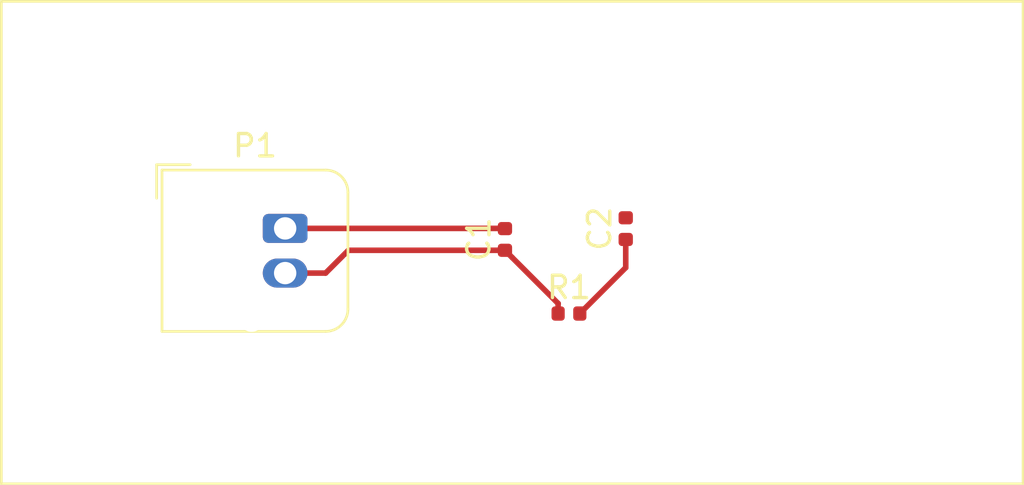
<source format=kicad_pcb>
(kicad_pcb (version 20171130) (host pcbnew 5.1.0)

  (general
    (thickness 1.6)
    (drawings 4)
    (tracks 10)
    (zones 0)
    (modules 4)
    (nets 4)
  )

  (page A4)
  (layers
    (0 F.Cu signal)
    (31 B.Cu signal)
    (32 B.Adhes user)
    (33 F.Adhes user)
    (34 B.Paste user)
    (35 F.Paste user)
    (36 B.SilkS user)
    (37 F.SilkS user)
    (38 B.Mask user)
    (39 F.Mask user)
    (40 Dwgs.User user)
    (41 Cmts.User user)
    (42 Eco1.User user)
    (43 Eco2.User user)
    (44 Edge.Cuts user)
    (45 Margin user)
    (46 B.CrtYd user)
    (47 F.CrtYd user)
    (48 B.Fab user)
    (49 F.Fab user)
  )

  (setup
    (last_trace_width 0.25)
    (trace_clearance 0.2)
    (zone_clearance 0.508)
    (zone_45_only no)
    (trace_min 0.2)
    (via_size 0.8)
    (via_drill 0.4)
    (via_min_size 0.4)
    (via_min_drill 0.3)
    (uvia_size 0.3)
    (uvia_drill 0.1)
    (uvias_allowed no)
    (uvia_min_size 0.2)
    (uvia_min_drill 0.1)
    (edge_width 0.05)
    (segment_width 0.2)
    (pcb_text_width 0.3)
    (pcb_text_size 1.5 1.5)
    (mod_edge_width 0.12)
    (mod_text_size 1 1)
    (mod_text_width 0.15)
    (pad_size 1.524 1.524)
    (pad_drill 0.762)
    (pad_to_mask_clearance 0.051)
    (solder_mask_min_width 0.25)
    (aux_axis_origin 0 0)
    (visible_elements FFFFFF7F)
    (pcbplotparams
      (layerselection 0x010fc_ffffffff)
      (usegerberextensions false)
      (usegerberattributes false)
      (usegerberadvancedattributes false)
      (creategerberjobfile false)
      (excludeedgelayer true)
      (linewidth 0.100000)
      (plotframeref false)
      (viasonmask false)
      (mode 1)
      (useauxorigin false)
      (hpglpennumber 1)
      (hpglpenspeed 20)
      (hpglpendiameter 15.000000)
      (psnegative false)
      (psa4output false)
      (plotreference true)
      (plotvalue true)
      (plotinvisibletext false)
      (padsonsilk false)
      (subtractmaskfromsilk false)
      (outputformat 1)
      (mirror false)
      (drillshape 1)
      (scaleselection 1)
      (outputdirectory ""))
  )

  (net 0 "")
  (net 1 GND)
  (net 2 "Net-(C2-Pad1)")
  (net 3 VCC)

  (net_class Default "This is the default net class."
    (clearance 0.2)
    (trace_width 0.25)
    (via_dia 0.8)
    (via_drill 0.4)
    (uvia_dia 0.3)
    (uvia_drill 0.1)
    (add_net GND)
    (add_net "Net-(C2-Pad1)")
    (add_net VCC)
  )

  (module Capacitor_SMD:C_0402_1005Metric (layer F.Cu) (tedit 5B301BBE) (tstamp 5CA72801)
    (at 164.775001 80.505001 90)
    (descr "Capacitor SMD 0402 (1005 Metric), square (rectangular) end terminal, IPC_7351 nominal, (Body size source: http://www.tortai-tech.com/upload/download/2011102023233369053.pdf), generated with kicad-footprint-generator")
    (tags capacitor)
    (path /5CA71704/5CA745A6)
    (attr smd)
    (fp_text reference C1 (at 0 -1.17 90) (layer F.SilkS)
      (effects (font (size 1 1) (thickness 0.15)))
    )
    (fp_text value C (at 0 1.17 90) (layer F.Fab)
      (effects (font (size 1 1) (thickness 0.15)))
    )
    (fp_line (start -0.5 0.25) (end -0.5 -0.25) (layer F.Fab) (width 0.1))
    (fp_line (start -0.5 -0.25) (end 0.5 -0.25) (layer F.Fab) (width 0.1))
    (fp_line (start 0.5 -0.25) (end 0.5 0.25) (layer F.Fab) (width 0.1))
    (fp_line (start 0.5 0.25) (end -0.5 0.25) (layer F.Fab) (width 0.1))
    (fp_line (start -0.93 0.47) (end -0.93 -0.47) (layer F.CrtYd) (width 0.05))
    (fp_line (start -0.93 -0.47) (end 0.93 -0.47) (layer F.CrtYd) (width 0.05))
    (fp_line (start 0.93 -0.47) (end 0.93 0.47) (layer F.CrtYd) (width 0.05))
    (fp_line (start 0.93 0.47) (end -0.93 0.47) (layer F.CrtYd) (width 0.05))
    (fp_text user %R (at 0 0 90) (layer F.Fab)
      (effects (font (size 0.25 0.25) (thickness 0.04)))
    )
    (pad 1 smd roundrect (at -0.485 0 90) (size 0.59 0.64) (layers F.Cu F.Paste F.Mask) (roundrect_rratio 0.25)
      (net 3 VCC))
    (pad 2 smd roundrect (at 0.485 0 90) (size 0.59 0.64) (layers F.Cu F.Paste F.Mask) (roundrect_rratio 0.25)
      (net 1 GND))
    (model ${KISYS3DMOD}/Capacitor_SMD.3dshapes/C_0402_1005Metric.wrl
      (at (xyz 0 0 0))
      (scale (xyz 1 1 1))
      (rotate (xyz 0 0 0))
    )
  )

  (module Capacitor_SMD:C_0402_1005Metric (layer F.Cu) (tedit 5B301BBE) (tstamp 5CA72810)
    (at 170.18 80.020001 90)
    (descr "Capacitor SMD 0402 (1005 Metric), square (rectangular) end terminal, IPC_7351 nominal, (Body size source: http://www.tortai-tech.com/upload/download/2011102023233369053.pdf), generated with kicad-footprint-generator")
    (tags capacitor)
    (path /5CA75BC1/5CA76352)
    (attr smd)
    (fp_text reference C2 (at 0 -1.17 90) (layer F.SilkS)
      (effects (font (size 1 1) (thickness 0.15)))
    )
    (fp_text value C (at 0 1.17 90) (layer F.Fab)
      (effects (font (size 1 1) (thickness 0.15)))
    )
    (fp_text user %R (at 0 0 90) (layer F.Fab)
      (effects (font (size 0.25 0.25) (thickness 0.04)))
    )
    (fp_line (start 0.93 0.47) (end -0.93 0.47) (layer F.CrtYd) (width 0.05))
    (fp_line (start 0.93 -0.47) (end 0.93 0.47) (layer F.CrtYd) (width 0.05))
    (fp_line (start -0.93 -0.47) (end 0.93 -0.47) (layer F.CrtYd) (width 0.05))
    (fp_line (start -0.93 0.47) (end -0.93 -0.47) (layer F.CrtYd) (width 0.05))
    (fp_line (start 0.5 0.25) (end -0.5 0.25) (layer F.Fab) (width 0.1))
    (fp_line (start 0.5 -0.25) (end 0.5 0.25) (layer F.Fab) (width 0.1))
    (fp_line (start -0.5 -0.25) (end 0.5 -0.25) (layer F.Fab) (width 0.1))
    (fp_line (start -0.5 0.25) (end -0.5 -0.25) (layer F.Fab) (width 0.1))
    (pad 2 smd roundrect (at 0.485 0 90) (size 0.59 0.64) (layers F.Cu F.Paste F.Mask) (roundrect_rratio 0.25)
      (net 1 GND))
    (pad 1 smd roundrect (at -0.485 0 90) (size 0.59 0.64) (layers F.Cu F.Paste F.Mask) (roundrect_rratio 0.25)
      (net 2 "Net-(C2-Pad1)"))
    (model ${KISYS3DMOD}/Capacitor_SMD.3dshapes/C_0402_1005Metric.wrl
      (at (xyz 0 0 0))
      (scale (xyz 1 1 1))
      (rotate (xyz 0 0 0))
    )
  )

  (module Connector_JST:JST_JWPF_B02B-JWPF-SK-R_1x02_P2.00mm_Vertical (layer F.Cu) (tedit 5B772B89) (tstamp 5CA7282D)
    (at 154.94 80.01)
    (descr "JST JWPF series connector, B02B-JWPF-SK-R (http://www.jst-mfg.com/product/pdf/eng/eJWPF1.pdf), generated with kicad-footprint-generator")
    (tags "connector JST JWPF side entry")
    (path /5CA71704/5CA714F2)
    (fp_text reference P1 (at -1.35 -3.7) (layer F.SilkS)
      (effects (font (size 1 1) (thickness 0.15)))
    )
    (fp_text value CONN_01X02 (at -1.35 5.7) (layer F.Fab)
      (effects (font (size 1 1) (thickness 0.15)))
    )
    (fp_arc (start 1.7 -1.5) (end 1.7 -2.5) (angle 90) (layer F.Fab) (width 0.1))
    (fp_arc (start 1.7 3.5) (end 2.7 3.5) (angle 90) (layer F.Fab) (width 0.1))
    (fp_arc (start 1.81 -1.61) (end 1.81 -2.61) (angle 90) (layer F.SilkS) (width 0.12))
    (fp_arc (start 1.81 3.61) (end 2.81 3.61) (angle 90) (layer F.SilkS) (width 0.12))
    (fp_line (start -5.9 -3) (end -5.9 5) (layer F.CrtYd) (width 0.05))
    (fp_line (start -5.9 5) (end 3.2 5) (layer F.CrtYd) (width 0.05))
    (fp_line (start 3.2 5) (end 3.2 -3) (layer F.CrtYd) (width 0.05))
    (fp_line (start 3.2 -3) (end -5.9 -3) (layer F.CrtYd) (width 0.05))
    (fp_line (start 1.7 -2.5) (end -5.4 -2.5) (layer F.Fab) (width 0.1))
    (fp_line (start -5.4 -2.5) (end -5.4 4.5) (layer F.Fab) (width 0.1))
    (fp_line (start -5.4 4.5) (end 1.7 4.5) (layer F.Fab) (width 0.1))
    (fp_line (start 2.7 -1.5) (end 2.7 3.5) (layer F.Fab) (width 0.1))
    (fp_line (start 1.81 -2.61) (end -5.51 -2.61) (layer F.SilkS) (width 0.12))
    (fp_line (start -5.51 -2.61) (end -5.51 4.61) (layer F.SilkS) (width 0.12))
    (fp_line (start -5.51 4.61) (end 1.81 4.61) (layer F.SilkS) (width 0.12))
    (fp_line (start 2.81 -1.61) (end 2.81 3.61) (layer F.SilkS) (width 0.12))
    (fp_line (start -5.75 -1.35) (end -5.75 -2.85) (layer F.SilkS) (width 0.12))
    (fp_line (start -5.75 -2.85) (end -4.25 -2.85) (layer F.SilkS) (width 0.12))
    (fp_line (start -0.375 -1.9) (end 0.375 -1.9) (layer F.Fab) (width 0.1))
    (fp_line (start 0.375 -1.9) (end 0 -1.15) (layer F.Fab) (width 0.1))
    (fp_line (start 0 -1.15) (end -0.375 -1.9) (layer F.Fab) (width 0.1))
    (fp_text user %R (at -4.7 1 90) (layer F.Fab)
      (effects (font (size 1 1) (thickness 0.15)))
    )
    (pad 1 thru_hole roundrect (at 0 0) (size 2 1.3) (drill 1) (layers *.Cu *.Mask) (roundrect_rratio 0.192308)
      (net 1 GND))
    (pad 2 thru_hole oval (at 0 2) (size 2 1.3) (drill 1) (layers *.Cu *.Mask)
      (net 3 VCC))
    (pad "" np_thru_hole circle (at -1.5 4.05) (size 1.15 1.15) (drill 1.15) (layers *.Cu *.Mask))
    (model ${KISYS3DMOD}/Connector_JST.3dshapes/JST_JWPF_B02B-JWPF-SK-R_1x02_P2.00mm_Vertical.wrl
      (at (xyz 0 0 0))
      (scale (xyz 1 1 1))
      (rotate (xyz 0 0 0))
    )
  )

  (module Resistor_SMD:R_0402_1005Metric (layer F.Cu) (tedit 5B301BBD) (tstamp 5CA7283C)
    (at 167.64 83.82)
    (descr "Resistor SMD 0402 (1005 Metric), square (rectangular) end terminal, IPC_7351 nominal, (Body size source: http://www.tortai-tech.com/upload/download/2011102023233369053.pdf), generated with kicad-footprint-generator")
    (tags resistor)
    (path /5CA75BC1/5CA75C86)
    (attr smd)
    (fp_text reference R1 (at 0 -1.17) (layer F.SilkS)
      (effects (font (size 1 1) (thickness 0.15)))
    )
    (fp_text value R (at 0 1.17) (layer F.Fab)
      (effects (font (size 1 1) (thickness 0.15)))
    )
    (fp_line (start -0.5 0.25) (end -0.5 -0.25) (layer F.Fab) (width 0.1))
    (fp_line (start -0.5 -0.25) (end 0.5 -0.25) (layer F.Fab) (width 0.1))
    (fp_line (start 0.5 -0.25) (end 0.5 0.25) (layer F.Fab) (width 0.1))
    (fp_line (start 0.5 0.25) (end -0.5 0.25) (layer F.Fab) (width 0.1))
    (fp_line (start -0.93 0.47) (end -0.93 -0.47) (layer F.CrtYd) (width 0.05))
    (fp_line (start -0.93 -0.47) (end 0.93 -0.47) (layer F.CrtYd) (width 0.05))
    (fp_line (start 0.93 -0.47) (end 0.93 0.47) (layer F.CrtYd) (width 0.05))
    (fp_line (start 0.93 0.47) (end -0.93 0.47) (layer F.CrtYd) (width 0.05))
    (fp_text user %R (at 0 0) (layer F.Fab)
      (effects (font (size 0.25 0.25) (thickness 0.04)))
    )
    (pad 1 smd roundrect (at -0.485 0) (size 0.59 0.64) (layers F.Cu F.Paste F.Mask) (roundrect_rratio 0.25)
      (net 3 VCC))
    (pad 2 smd roundrect (at 0.485 0) (size 0.59 0.64) (layers F.Cu F.Paste F.Mask) (roundrect_rratio 0.25)
      (net 2 "Net-(C2-Pad1)"))
    (model ${KISYS3DMOD}/Resistor_SMD.3dshapes/R_0402_1005Metric.wrl
      (at (xyz 0 0 0))
      (scale (xyz 1 1 1))
      (rotate (xyz 0 0 0))
    )
  )

  (gr_line (start 187.96 69.85) (end 142.24 69.85) (layer F.SilkS) (width 0.12))
  (gr_line (start 187.96 91.44) (end 187.96 69.85) (layer F.SilkS) (width 0.12))
  (gr_line (start 142.24 91.44) (end 187.96 91.44) (layer F.SilkS) (width 0.12))
  (gr_line (start 142.24 69.85) (end 142.24 91.44) (layer F.SilkS) (width 0.12))

  (segment (start 164.765 80.01) (end 164.775001 80.020001) (width 0.25) (layer F.Cu) (net 1))
  (segment (start 154.94 80.01) (end 164.765 80.01) (width 0.25) (layer F.Cu) (net 1))
  (segment (start 170.18 81.765) (end 168.125 83.82) (width 0.25) (layer F.Cu) (net 2))
  (segment (start 170.18 80.505001) (end 170.18 81.765) (width 0.25) (layer F.Cu) (net 2))
  (segment (start 167.155 83.37) (end 165.1 81.315) (width 0.25) (layer F.Cu) (net 3))
  (segment (start 167.155 83.82) (end 167.155 83.37) (width 0.25) (layer F.Cu) (net 3))
  (segment (start 165.1 81.315) (end 164.775001 80.990001) (width 0.25) (layer F.Cu) (net 3))
  (segment (start 164.775001 80.990001) (end 157.769999 80.990001) (width 0.25) (layer F.Cu) (net 3))
  (segment (start 156.75 82.01) (end 154.94 82.01) (width 0.25) (layer F.Cu) (net 3))
  (segment (start 157.769999 80.990001) (end 156.75 82.01) (width 0.25) (layer F.Cu) (net 3))

)

</source>
